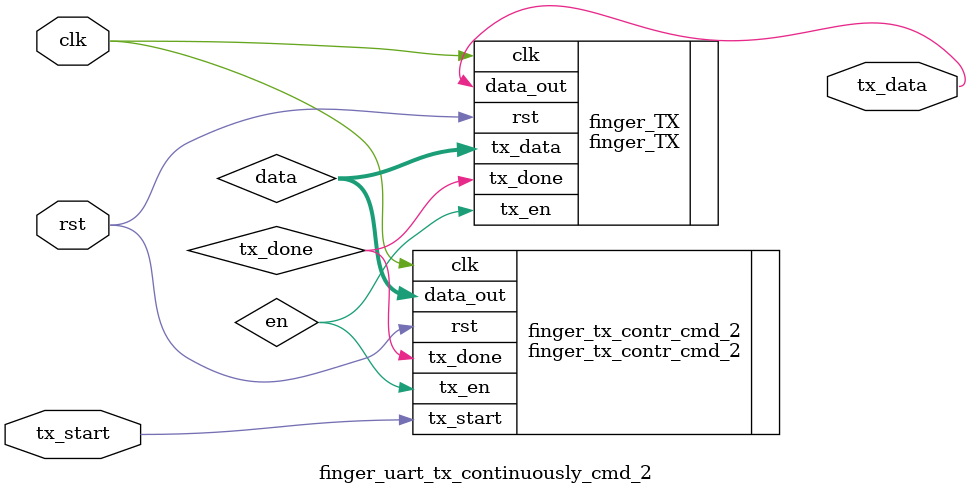
<source format=v>
`timescale 1ns / 1ps
module finger_uart_tx_continuously_cmd_2(
	input clk,
	input rst,
	input tx_start,
	output tx_data
    );
	
	wire [7:0] data;
	wire en;
	wire tx_done;

	
	
	finger_TX finger_TX(
    .clk(clk),
    .rst(rst),
    .tx_data(data),
    .tx_en(en),
	.tx_done(tx_done),
    .data_out(tx_data)
    );
	
	
	finger_tx_contr_cmd_2 finger_tx_contr_cmd_2(
	.clk(clk),
	.rst(rst),
	.tx_start(tx_start),
	.tx_done(tx_done),
	.tx_en(en),
	.data_out(data)
    );

endmodule

</source>
